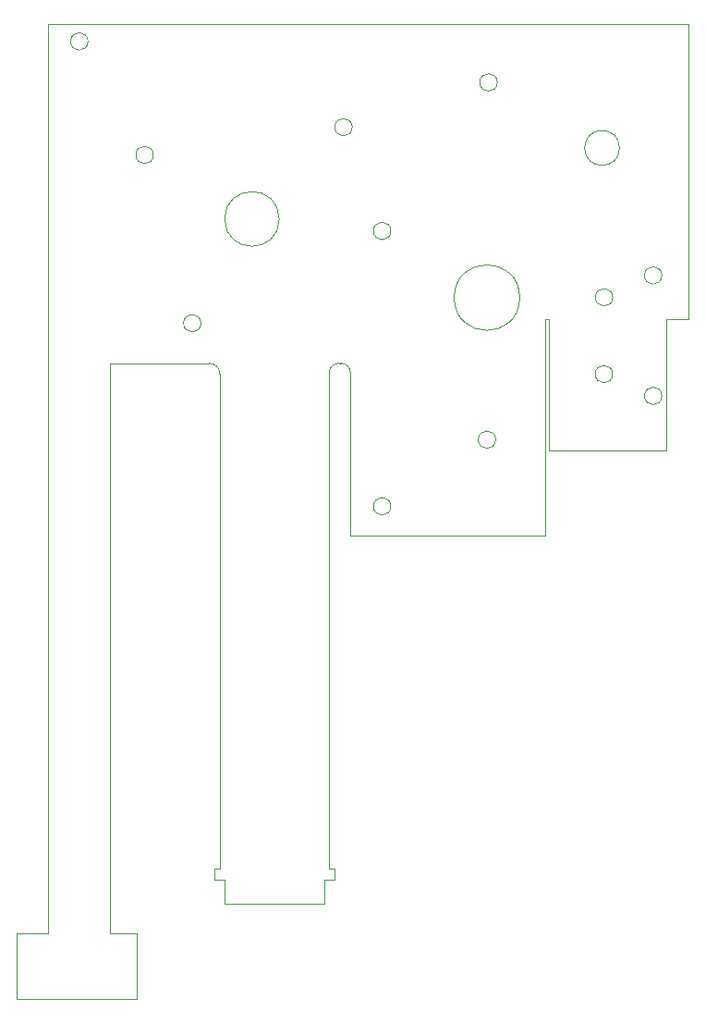
<source format=gm1>
%TF.GenerationSoftware,KiCad,Pcbnew,9.0.3*%
%TF.CreationDate,2025-08-12T13:31:53+03:00*%
%TF.ProjectId,Right,52696768-742e-46b6-9963-61645f706362,rev?*%
%TF.SameCoordinates,Original*%
%TF.FileFunction,Profile,NP*%
%FSLAX46Y46*%
G04 Gerber Fmt 4.6, Leading zero omitted, Abs format (unit mm)*
G04 Created by KiCad (PCBNEW 9.0.3) date 2025-08-12 13:31:53*
%MOMM*%
%LPD*%
G01*
G04 APERTURE LIST*
%TA.AperFunction,Profile*%
%ADD10C,0.050000*%
%TD*%
G04 APERTURE END LIST*
D10*
X150530000Y-134000000D02*
G75*
G02*
X148930000Y-134000000I-800000J0D01*
G01*
X148930000Y-134000000D02*
G75*
G02*
X150530000Y-134000000I800000J0D01*
G01*
X140200000Y-127000000D02*
X140200000Y-139000000D01*
X115470000Y-117800000D02*
G75*
G02*
X110470000Y-117800000I-2500000J0D01*
G01*
X110470000Y-117800000D02*
G75*
G02*
X115470000Y-117800000I2500000J0D01*
G01*
X103930000Y-111937000D02*
G75*
G02*
X102330000Y-111937000I-800000J0D01*
G01*
X102330000Y-111937000D02*
G75*
G02*
X103930000Y-111937000I800000J0D01*
G01*
X125700000Y-144100000D02*
G75*
G02*
X124100000Y-144100000I-800000J0D01*
G01*
X124100000Y-144100000D02*
G75*
G02*
X125700000Y-144100000I800000J0D01*
G01*
X121100000Y-131000000D02*
X120930000Y-131000000D01*
X137500000Y-125000000D02*
G75*
G02*
X131500000Y-125000000I-3000000J0D01*
G01*
X131500000Y-125000000D02*
G75*
G02*
X137500000Y-125000000I3000000J0D01*
G01*
X110030000Y-177270000D02*
X110030000Y-132000000D01*
X122000000Y-146750000D02*
X139830000Y-146750000D01*
X97950000Y-101555000D02*
G75*
G02*
X96350000Y-101555000I-800000J0D01*
G01*
X96350000Y-101555000D02*
G75*
G02*
X97950000Y-101555000I800000J0D01*
G01*
X150910000Y-127000000D02*
X150910000Y-139000000D01*
X100000000Y-100000000D02*
X153000000Y-100000000D01*
X102450000Y-183230000D02*
X102450000Y-189230000D01*
X100000000Y-131000000D02*
X100000000Y-183230000D01*
X146650000Y-111300000D02*
G75*
G02*
X143450000Y-111300000I-1600000J0D01*
G01*
X143450000Y-111300000D02*
G75*
G02*
X146650000Y-111300000I1600000J0D01*
G01*
X94250000Y-183230000D02*
X94250000Y-100000000D01*
X122160000Y-109400000D02*
G75*
G02*
X120560000Y-109400000I-800000J0D01*
G01*
X120560000Y-109400000D02*
G75*
G02*
X122160000Y-109400000I800000J0D01*
G01*
X125700000Y-118900000D02*
G75*
G02*
X124100000Y-118900000I-800000J0D01*
G01*
X124100000Y-118900000D02*
G75*
G02*
X125700000Y-118900000I800000J0D01*
G01*
X91450000Y-189230000D02*
X91450000Y-183230000D01*
X100000000Y-100000000D02*
X94250000Y-100000000D01*
X100000000Y-183230000D02*
X102450000Y-183230000D01*
X135450000Y-105310000D02*
G75*
G02*
X133850000Y-105310000I-800000J0D01*
G01*
X133850000Y-105310000D02*
G75*
G02*
X135450000Y-105310000I800000J0D01*
G01*
X140200000Y-139000000D02*
X150910000Y-139000000D01*
X122000000Y-131900000D02*
X122000000Y-146750000D01*
X140200000Y-127000000D02*
X139830000Y-127000000D01*
X146030000Y-124975000D02*
G75*
G02*
X144430000Y-124975000I-800000J0D01*
G01*
X144430000Y-124975000D02*
G75*
G02*
X146030000Y-124975000I800000J0D01*
G01*
X135300000Y-138000000D02*
G75*
G02*
X133700000Y-138000000I-800000J0D01*
G01*
X133700000Y-138000000D02*
G75*
G02*
X135300000Y-138000000I800000J0D01*
G01*
X150530000Y-122975000D02*
G75*
G02*
X148930000Y-122975000I-800000J0D01*
G01*
X148930000Y-122975000D02*
G75*
G02*
X150530000Y-122975000I800000J0D01*
G01*
X153000000Y-100000000D02*
X153000000Y-127000000D01*
X109032893Y-130999996D02*
G75*
G02*
X110030000Y-132000000I7J-997104D01*
G01*
X146020000Y-132000000D02*
G75*
G02*
X144420000Y-132000000I-800000J0D01*
G01*
X144420000Y-132000000D02*
G75*
G02*
X146020000Y-132000000I800000J0D01*
G01*
X102450000Y-189230000D02*
X91450000Y-189230000D01*
X153000000Y-127000000D02*
X150910000Y-127000000D01*
X121100000Y-131000000D02*
G75*
G02*
X122000000Y-131900000I0J-900000D01*
G01*
X120030000Y-177270000D02*
X120030000Y-131900000D01*
X108300000Y-127350000D02*
G75*
G02*
X106700000Y-127350000I-800000J0D01*
G01*
X106700000Y-127350000D02*
G75*
G02*
X108300000Y-127350000I800000J0D01*
G01*
X120030000Y-131900000D02*
G75*
G02*
X120930000Y-131000000I900000J0D01*
G01*
X91450000Y-183230000D02*
X94250000Y-183230000D01*
X109032893Y-130999996D02*
X100000000Y-131000000D01*
X139830000Y-146750000D02*
X139830000Y-127000000D01*
%TO.C,J1*%
X109490000Y-178270000D02*
X109490000Y-177270000D01*
X110030000Y-177270000D02*
X109490000Y-177270000D01*
X110490000Y-178270000D02*
X109490000Y-178270000D01*
X110490000Y-180440000D02*
X110490000Y-178270000D01*
X110490000Y-180440000D02*
X119570000Y-180440000D01*
X119570000Y-178270000D02*
X120570000Y-178270000D01*
X119570000Y-180440000D02*
X119570000Y-178270000D01*
X120030000Y-177270000D02*
X120570000Y-177270000D01*
X120570000Y-178270000D02*
X120570000Y-177270000D01*
%TD*%
M02*

</source>
